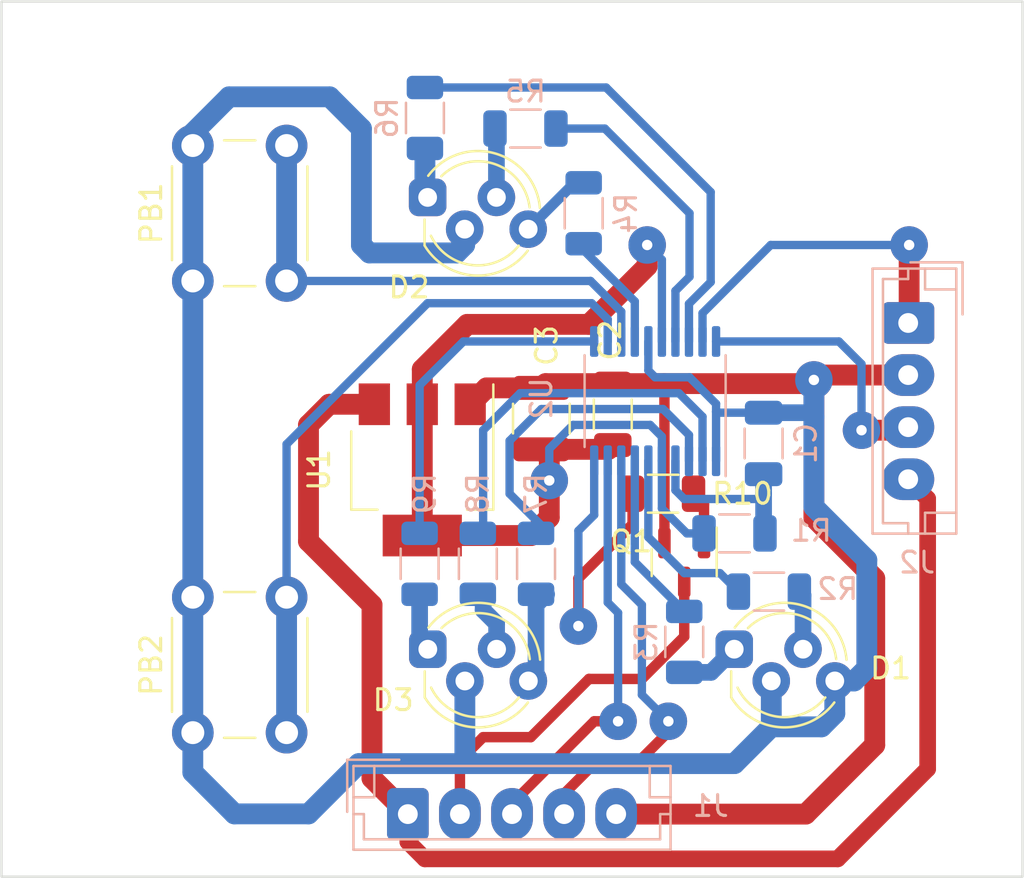
<source format=kicad_pcb>
(kicad_pcb (version 20211014) (generator pcbnew)
  (layers (0 "F.Cu" signal) (31 "B.Cu" signal) (34 "B.Paste" user) (35 "F.Paste" user) (36 "B.SilkS" user "B.Silkscreen") (37 "F.SilkS" user "F.Silkscreen") (38 "B.Mask" user) (39 "F.Mask" user) (44 "Edge.Cuts" user))
  (net 0 "")
  (net 1 "GNDD")
  (net 2 "Net-(C1-Pad2)")
  (net 3 "+3.3V")
  (net 4 "VDD")
  (net 5 "/SWDIO")
  (net 6 "/SWGCLK")
  (net 7 "/SENS2")
  (net 8 "/SENS1")
  (net 9 "/RELE")
  (net 10 "/PB2")
  (net 11 "/PB1")
  (net 12 "/LED2_1")
  (net 13 "/LED2_2")
  (net 14 "/LED2_3")
  (net 15 "/LED3_1")
  (net 16 "/LED3_2")
  (net 17 "/LED3_3")
  (net 18 "Net-(D1-Pad1)")
  (net 19 "Net-(D1-Pad3)")
  (net 20 "Net-(D2-Pad1)")
  (net 21 "Net-(D2-Pad3)")
  (net 22 "Net-(D2-Pad4)")
  (net 23 "Net-(D3-Pad1)")
  (net 24 "Net-(D3-Pad3)")
  (net 25 "Net-(D3-Pad4)")
  (net 26 "/RELE_LED1")
  (net 27 "/RELE_LED2")
  (net 28 "/RELE_OUT")
  (net 29 "Net-(Q1-Pad1)")
  (footprint "Resistor_SMD:R_1206_3216Metric" (layer "F.Cu") (at 125.73 74.422)
    (fp_text reference "R10" (at 3.81 0) (layer "F.SilkS"))
    (fp_text value "224")
    (fp_line (start -0.727064 -0.91) (end 0.727064 -0.91) (layer "F.SilkS") (width 0.12))
    (fp_line (start -0.727064 0.91) (end 0.727064 0.91) (layer "F.SilkS") (width 0.12))
    (pad "1" smd roundrect (at -1.4625 0) (size 1.125 1.75) (layers "F.Cu" "F.Paste" "F.Mask") (roundrect_rratio 0.2222222222) (net 9 "/RELE"))
    (pad "2" smd roundrect (at 1.4625 0) (size 1.125 1.75) (layers "F.Cu" "F.Paste" "F.Mask") (roundrect_rratio 0.2222222222) (net 29 "Net-(Q1-Pad1)"))
  )
  (footprint "Button_Switch_THT:SW_PUSH_6mm" (layer "F.Cu") (at 103.16 85.89 90)
    (fp_text reference "PB2" (at 3.25 -2 90) (layer "F.SilkS"))
    (fp_text value "кнопка" hide)
    (fp_line (start 6.75 3) (end 6.75 1.5) (layer "F.SilkS") (width 0.12))
    (fp_line (start -0.25 1.5) (end -0.25 3) (layer "F.SilkS") (width 0.12))
    (fp_line (start 1 5.5) (end 5.5 5.5) (layer "F.SilkS") (width 0.12))
    (fp_line (start 5.5 -1) (end 1 -1) (layer "F.SilkS") (width 0.12))
    (pad "1" thru_hole circle locked (at 0 0 180) (size 2 2) (drill 1.1) (layers *.Cu *.Mask) (net 1 "GNDD"))
    (pad "1" thru_hole circle locked (at 6.5 0 180) (size 2 2) (drill 1.1) (layers *.Cu *.Mask) (net 1 "GNDD"))
    (pad "2" thru_hole circle locked (at 6.5 4.5 180) (size 2 2) (drill 1.1) (layers *.Cu *.Mask) (net 11 "/PB1"))
    (pad "2" thru_hole circle locked (at 0 4.5 180) (size 2 2) (drill 1.1) (layers *.Cu *.Mask) (net 11 "/PB1"))
  )
  (footprint "LED_THT:LED_D5.0mm-4_RGB_Staggered_Pins" (layer "F.Cu") (at 129.146 81.884)
    (fp_text reference "D1" (at 7.506 0.92) (layer "F.SilkS"))
    (fp_text value "LED_RKGB" hide)
    (fp_line (start -0.147 1.061188) (end -0.147 2.307) (layer "F.SilkS") (width 0.12))
    (fp_arc (start 0.660401 -1.015999) (mid 3.242766 -1.592649) (end 4.89309 0.475579) (layer "F.SilkS") (width 0.12))
    (fp_arc (start 0.028 -1.038) (mid 3.238737 -2.109652) (end 5.389836 0.503784) (layer "F.SilkS") (width 0.12))
    (fp_arc (start 4.804334 2.556887) (mid 2.262188 3.748194) (end -0.147 2.30683) (layer "F.SilkS") (width 0.12))
    (fp_arc (start 4.372086 2.315056) (mid 2.134091 3.246393) (end 0.158316 1.842) (layer "F.SilkS") (width 0.12))
    (pad "1" thru_hole roundrect locked (at 0 0) (size 1.8 1.8) (drill 0.9) (layers *.Cu *.Mask) (net 18 "Net-(D1-Pad1)"))
    (pad "2" thru_hole circle locked (at 1.778 1.524) (size 1.8 1.8) (drill 0.9) (layers *.Cu *.Mask) (net 1 "GNDD"))
    (pad "3" thru_hole circle locked (at 3.302 0) (size 1.8 1.8) (drill 0.9) (layers *.Cu *.Mask) (net 19 "Net-(D1-Pad3)"))
    (pad "4" thru_hole circle locked (at 4.826 1.524) (size 1.8 1.8) (drill 0.9) (layers *.Cu *.Mask) (net 1 "GNDD"))
  )
  (footprint "Capacitor_SMD:C_1210_3225Metric" (layer "F.Cu") (at 119.888 70.817 90)
    (fp_text reference "C3" (at 3.507 0.254 90) (layer "F.SilkS"))
    (fp_text value "C_Polarized")
    (fp_line (start -0.711252 1.36) (end 0.711252 1.36) (layer "F.SilkS") (width 0.12))
    (fp_line (start -0.711252 -1.36) (end 0.711252 -1.36) (layer "F.SilkS") (width 0.12))
    (pad "1" smd roundrect (at -1.475 0 90) (size 1.15 2.7) (layers "F.Cu" "F.Paste" "F.Mask") (roundrect_rratio 0.2173913043) (net 3 "+3.3V"))
    (pad "2" smd roundrect (at 1.475 0 90) (size 1.15 2.7) (layers "F.Cu" "F.Paste" "F.Mask") (roundrect_rratio 0.2173913043) (net 1 "GNDD"))
  )
  (footprint "Package_TO_SOT_SMD:SOT-223-3_TabPin2" (layer "F.Cu") (at 114.173 73.279 -90)
    (fp_text reference "U1" (at 0 4.953 90) (layer "F.SilkS"))
    (fp_text value "AMS1117-3.3" hide)
    (fp_line (start -1.85 3.41) (end 1.91 3.41) (layer "F.SilkS") (width 0.12))
    (fp_line (start -4.1 -3.41) (end 1.91 -3.41) (layer "F.SilkS") (width 0.12))
    (fp_line (start 1.91 -3.41) (end 1.91 -2.15) (layer "F.SilkS") (width 0.12))
    (fp_line (start 1.91 3.41) (end 1.91 2.15) (layer "F.SilkS") (width 0.12))
    (pad "1" smd rect (at -3.15 -2.3 270) (size 2 1.5) (layers "F.Cu" "F.Paste" "F.Mask") (net 1 "GNDD"))
    (pad "2" smd rect (at 3.15 0 270) (size 2 3.8) (layers "F.Cu" "F.Paste" "F.Mask") (net 3 "+3.3V"))
    (pad "2" smd rect (at -3.15 0 270) (size 2 1.5) (layers "F.Cu" "F.Paste" "F.Mask") (net 3 "+3.3V"))
    (pad "3" smd rect (at -3.15 2.3 270) (size 2 1.5) (layers "F.Cu" "F.Paste" "F.Mask") (net 4 "VDD"))
  )
  (footprint "Button_Switch_THT:SW_PUSH_6mm" (layer "F.Cu") (at 103.16 64.21 90)
    (fp_text reference "PB1" (at 3.25 -2 90) (layer "F.SilkS"))
    (fp_text value "кнопка")
    (fp_line (start 5.5 -1) (end 1 -1) (layer "F.SilkS") (width 0.12))
    (fp_line (start 6.75 3) (end 6.75 1.5) (layer "F.SilkS") (width 0.12))
    (fp_line (start -0.25 1.5) (end -0.25 3) (layer "F.SilkS") (width 0.12))
    (fp_line (start 1 5.5) (end 5.5 5.5) (layer "F.SilkS") (width 0.12))
    (pad "1" thru_hole circle locked (at 0 0 180) (size 2 2) (drill 1.1) (layers *.Cu *.Mask) (net 1 "GNDD"))
    (pad "1" thru_hole circle locked (at 6.5 0 180) (size 2 2) (drill 1.1) (layers *.Cu *.Mask) (net 1 "GNDD"))
    (pad "2" thru_hole circle locked (at 6.5 4.5 180) (size 2 2) (drill 1.1) (layers *.Cu *.Mask) (net 10 "/PB2"))
    (pad "2" thru_hole circle locked (at 0 4.5 180) (size 2 2) (drill 1.1) (layers *.Cu *.Mask) (net 10 "/PB2"))
  )
  (footprint "LED_THT:LED_D5.0mm-4_RGB_Staggered_Pins" (layer "F.Cu") (at 114.439 81.886)
    (fp_text reference "D3" (at -1.663 2.442) (layer "F.SilkS"))
    (fp_text value "LED_RKGB" hide)
    (fp_line (start -0.147 1.061188) (end -0.147 2.307) (layer "F.SilkS") (width 0.12))
    (fp_arc (start 0.028 -1.038) (mid 3.238737 -2.109652) (end 5.389836 0.503784) (layer "F.SilkS") (width 0.12))
    (fp_arc (start 4.804334 2.556887) (mid 2.262188 3.748194) (end -0.147 2.30683) (layer "F.SilkS") (width 0.12))
    (fp_arc (start 0.660401 -1.015999) (mid 3.242766 -1.592649) (end 4.89309 0.475579) (layer "F.SilkS") (width 0.12))
    (fp_arc (start 4.372086 2.315056) (mid 2.134091 3.246393) (end 0.158316 1.842) (layer "F.SilkS") (width 0.12))
    (pad "1" thru_hole roundrect locked (at 0 0) (size 1.8 1.8) (drill 0.9) (layers *.Cu *.Mask) (net 23 "Net-(D3-Pad1)"))
    (pad "2" thru_hole circle locked (at 1.778 1.524) (size 1.8 1.8) (drill 0.9) (layers *.Cu *.Mask) (net 1 "GNDD"))
    (pad "3" thru_hole circle locked (at 3.302 0) (size 1.8 1.8) (drill 0.9) (layers *.Cu *.Mask) (net 24 "Net-(D3-Pad3)"))
    (pad "4" thru_hole circle locked (at 4.826 1.524) (size 1.8 1.8) (drill 0.9) (layers *.Cu *.Mask) (net 25 "Net-(D3-Pad4)"))
  )
  (footprint "Capacitor_SMD:C_1206_3216Metric" (layer "F.Cu") (at 123.317 70.612 90)
    (fp_text reference "C2" (at 3.556 -0.127 90) (layer "F.SilkS"))
    (fp_text value "C")
    (fp_line (start -0.711252 0.91) (end 0.711252 0.91) (layer "F.SilkS") (width 0.12))
    (fp_line (start -0.711252 -0.91) (end 0.711252 -0.91) (layer "F.SilkS") (width 0.12))
    (pad "1" smd roundrect (at -1.475 0 90) (size 1.15 1.8) (layers "F.Cu" "F.Paste" "F.Mask") (roundrect_rratio 0.2173913043) (net 3 "+3.3V"))
    (pad "2" smd roundrect (at 1.475 0 90) (size 1.15 1.8) (layers "F.Cu" "F.Paste" "F.Mask") (roundrect_rratio 0.2173913043) (net 1 "GNDD"))
  )
  (footprint "LED_THT:LED_D5.0mm-4_RGB_Staggered_Pins" (layer "F.Cu") (at 114.43 60.2)
    (fp_text reference "D2" (at -0.892 4.316) (layer "F.SilkS"))
    (fp_text value "LED_RKGB")
    (fp_line (start -0.147 1.061188) (end -0.147 2.307) (layer "F.SilkS") (width 0.12))
    (fp_arc (start 0.660401 -1.015999) (mid 3.242766 -1.592649) (end 4.89309 0.475579) (layer "F.SilkS") (width 0.12))
    (fp_arc (start 0.028 -1.038) (mid 3.238737 -2.109652) (end 5.389836 0.503784) (layer "F.SilkS") (width 0.12))
    (fp_arc (start 4.372086 2.315056) (mid 2.134091 3.246393) (end 0.158316 1.842) (layer "F.SilkS") (width 0.12))
    (fp_arc (start 4.804334 2.556887) (mid 2.262188 3.748194) (end -0.147 2.30683) (layer "F.SilkS") (width 0.12))
    (pad "1" thru_hole roundrect locked (at 0 0) (size 1.8 1.8) (drill 0.9) (layers *.Cu *.Mask) (net 20 "Net-(D2-Pad1)"))
    (pad "2" thru_hole circle locked (at 1.778 1.524) (size 1.8 1.8) (drill 0.9) (layers *.Cu *.Mask) (net 1 "GNDD"))
    (pad "3" thru_hole circle locked (at 3.302 0) (size 1.8 1.8) (drill 0.9) (layers *.Cu *.Mask) (net 21 "Net-(D2-Pad3)"))
    (pad "4" thru_hole circle locked (at 4.826 1.524) (size 1.8 1.8) (drill 0.9) (layers *.Cu *.Mask) (net 22 "Net-(D2-Pad4)"))
  )
  (footprint "Package_TO_SOT_SMD:SOT-23" (layer "F.Cu") (at 126.746 77.724 -90)
    (fp_text reference "Q1" (at -1.016 2.54) (layer "F.SilkS"))
    (fp_text value "BC817")
    (fp_line (start 0 1.56) (end 0.65 1.56) (layer "F.SilkS") (width 0.12))
    (fp_line (start 0 -1.56) (end 0.65 -1.56) (layer "F.SilkS") (width 0.12))
    (fp_line (start 0 1.56) (end -0.65 1.56) (layer "F.SilkS") (width 0.12))
    (fp_line (start 0 -1.56) (end -1.675 -1.56) (layer "F.SilkS") (width 0.12))
    (pad "1" smd roundrect (at -0.9375 -0.95 270) (size 1.475 0.6) (layers "F.Cu" "F.Paste" "F.Mask") (net 29 "Net-(Q1-Pad1)"))
    (pad "2" smd roundrect (at -0.9375 0.95 270) (size 1.475 0.6) (layers "F.Cu" "F.Paste" "F.Mask") (net 1 "GNDD"))
    (pad "3" smd roundrect (at 0.9375 0 270) (size 1.475 0.6) (layers "F.Cu" "F.Paste" "F.Mask") (net 28 "/RELE_OUT"))
  )
  (footprint "Package_SO:TSSOP-20_4.4x6.5mm_P0.65mm" (layer "B.Cu") (at 125.349 69.977 90)
    (fp_text reference "U2" (at 0.127 -5.461 90) (layer "B.SilkS") (effects (justify mirror)))
    (fp_text value "STM32F030F4Px")
    (fp_line (start 0 3.385) (end -3.6 3.385) (layer "B.SilkS") (width 0.12))
    (fp_line (start 0 -3.385) (end -2.2 -3.385) (layer "B.SilkS") (width 0.12))
    (fp_line (start 0 3.385) (end 2.2 3.385) (layer "B.SilkS") (width 0.12))
    (fp_line (start 0 -3.385) (end 2.2 -3.385) (layer "B.SilkS") (width 0.12))
    (pad "1" smd roundrect (at -2.8625 2.925 90) (size 1.475 0.4) (layers "B.Cu" "B.Paste" "B.Mask") (net 1 "GNDD"))
    (pad "2" smd roundrect (at -2.8625 2.275 90) (size 1.475 0.4) (layers "B.Cu" "B.Paste" "B.Mask") (net 17 "/LED3_3"))
    (pad "3" smd roundrect (at -2.8625 1.625 90) (size 1.475 0.4) (layers "B.Cu" "B.Paste" "B.Mask") (net 16 "/LED3_2"))
    (pad "4" smd roundrect (at -2.8625 0.975 90) (size 1.475 0.4) (layers "B.Cu" "B.Paste" "B.Mask") (net 2 "Net-(C1-Pad2)"))
    (pad "5" smd roundrect (at -2.8625 0.325 90) (size 1.475 0.4) (layers "B.Cu" "B.Paste" "B.Mask") (net 3 "+3.3V"))
    (pad "6" smd roundrect (at -2.8625 -0.325 90) (size 1.475 0.4) (layers "B.Cu" "B.Paste" "B.Mask") (net 26 "/RELE_LED1"))
    (pad "7" smd roundrect (at -2.8625 -0.975 90) (size 1.475 0.4) (layers "B.Cu" "B.Paste" "B.Mask") (net 27 "/RELE_LED2"))
    (pad "8" smd roundrect (at -2.8625 -1.625 90) (size 1.475 0.4) (layers "B.Cu" "B.Paste" "B.Mask") (net 7 "/SENS2"))
    (pad "9" smd roundrect (at -2.8625 -2.275 90) (size 1.475 0.4) (layers "B.Cu" "B.Paste" "B.Mask") (net 8 "/SENS1"))
    (pad "10" smd roundrect (at -2.8625 -2.925 90) (size 1.475 0.4) (layers "B.Cu" "B.Paste" "B.Mask") (net 9 "/RELE"))
    (pad "11" smd roundrect (at 2.8625 -2.925 90) (size 1.475 0.4) (layers "B.Cu" "B.Paste" "B.Mask") (net 15 "/LED3_1"))
    (pad "12" smd roundrect (at 2.8625 -2.275 90) (size 1.475 0.4) (layers "B.Cu" "B.Paste" "B.Mask") (net 11 "/PB1"))
    (pad "13" smd roundrect (at 2.8625 -1.625 90) (size 1.475 0.4) (layers "B.Cu" "B.Paste" "B.Mask") (net 10 "/PB2"))
    (pad "14" smd roundrect (at 2.8625 -0.975 90) (size 1.475 0.4) (layers "B.Cu" "B.Paste" "B.Mask") (net 12 "/LED2_1"))
    (pad "15" smd roundrect (at 2.8625 -0.325 90) (size 1.475 0.4) (layers "B.Cu" "B.Paste" "B.Mask") (net 1 "GNDD"))
    (pad "16" smd roundrect (at 2.8625 0.325 90) (size 1.475 0.4) (layers "B.Cu" "B.Paste" "B.Mask") (net 3 "+3.3V"))
    (pad "17" smd roundrect (at 2.8625 0.975 90) (size 1.475 0.4) (layers "B.Cu" "B.Paste" "B.Mask") (net 13 "/LED2_2"))
    (pad "18" smd roundrect (at 2.8625 1.625 90) (size 1.475 0.4) (layers "B.Cu" "B.Paste" "B.Mask") (net 14 "/LED2_3"))
    (pad "19" smd roundrect (at 2.8625 2.275 90) (size 1.475 0.4) (layers "B.Cu" "B.Paste" "B.Mask") (net 5 "/SWDIO"))
    (pad "20" smd roundrect (at 2.8625 2.925 90) (size 1.475 0.4) (layers "B.Cu" "B.Paste" "B.Mask") (net 6 "/SWGCLK"))
  )
  (footprint "Resistor_SMD:R_1206_3216Metric" (layer "B.Cu") (at 119.634 77.7855 -90)
    (fp_text reference "R7" (at -3.3635 0 90) (layer "B.SilkS") (effects (justify mirror)))
    (fp_text value "64")
    (fp_line (start -0.727064 0.91) (end 0.727064 0.91) (layer "B.SilkS") (width 0.12))
    (fp_line (start -0.727064 -0.91) (end 0.727064 -0.91) (layer "B.SilkS") (width 0.12))
    (pad "1" smd roundrect (at -1.4625 0 270) (size 1.125 1.75) (layers "B.Cu" "B.Paste" "B.Mask") (roundrect_rratio 0.2222222222) (net 16 "/LED3_2"))
    (pad "2" smd roundrect (at 1.4625 0 270) (size 1.125 1.75) (layers "B.Cu" "B.Paste" "B.Mask") (roundrect_rratio 0.2222222222) (net 25 "Net-(D3-Pad4)"))
  )
  (footprint "Resistor_SMD:R_1206_3216Metric" (layer "B.Cu") (at 119.126 56.896 180)
    (fp_text reference "R5" (at 0 1.778) (layer "B.SilkS") (effects (justify mirror)))
    (fp_text value "104")
    (fp_line (start -0.727064 0.91) (end 0.727064 0.91) (layer "B.SilkS") (width 0.12))
    (fp_line (start -0.727064 -0.91) (end 0.727064 -0.91) (layer "B.SilkS") (width 0.12))
    (pad "1" smd roundrect (at -1.4625 0 180) (size 1.125 1.75) (layers "B.Cu" "B.Paste" "B.Mask") (roundrect_rratio 0.2222222222) (net 13 "/LED2_2"))
    (pad "2" smd roundrect (at 1.4625 0 180) (size 1.125 1.75) (layers "B.Cu" "B.Paste" "B.Mask") (roundrect_rratio 0.2222222222) (net 21 "Net-(D2-Pad3)"))
  )
  (footprint "Resistor_SMD:R_1206_3216Metric" (layer "B.Cu") (at 130.81 79.121)
    (fp_text reference "R2" (at 3.302 -0.127) (layer "B.SilkS") (effects (justify mirror)))
    (fp_text value "104")
    (fp_line (start -0.727064 0.91) (end 0.727064 0.91) (layer "B.SilkS") (width 0.12))
    (fp_line (start -0.727064 -0.91) (end 0.727064 -0.91) (layer "B.SilkS") (width 0.12))
    (pad "1" smd roundrect (at -1.4625 0) (size 1.125 1.75) (layers "B.Cu" "B.Paste" "B.Mask") (roundrect_rratio 0.2222222222) (net 26 "/RELE_LED1"))
    (pad "2" smd roundrect (at 1.4625 0) (size 1.125 1.75) (layers "B.Cu" "B.Paste" "B.Mask") (roundrect_rratio 0.2222222222) (net 19 "Net-(D1-Pad3)"))
  )
  (footprint "Capacitor_SMD:C_1206_3216Metric" (layer "B.Cu") (at 130.556 72.009 -90)
    (fp_text reference "C1" (at 0 -2.032 90) (layer "B.SilkS") (effects (justify mirror)))
    (fp_text value "C")
    (fp_line (start -0.711252 -0.91) (end 0.711252 -0.91) (layer "B.SilkS") (width 0.12))
    (fp_line (start -0.711252 0.91) (end 0.711252 0.91) (layer "B.SilkS") (width 0.12))
    (pad "1" smd roundrect (at -1.475 0 270) (size 1.15 1.8) (layers "B.Cu" "B.Paste" "B.Mask") (roundrect_rratio 0.2173913043) (net 1 "GNDD"))
    (pad "2" smd roundrect (at 1.475 0 270) (size 1.15 1.8) (layers "B.Cu" "B.Paste" "B.Mask") (roundrect_rratio 0.2173913043) (net 2 "Net-(C1-Pad2)"))
  )
  (footprint "Resistor_SMD:R_1206_3216Metric" (layer "B.Cu") (at 114.3 56.388 -90)
    (fp_text reference "R6" (at 0 1.82 90) (layer "B.SilkS") (effects (justify mirror)))
    (fp_text value "224")
    (fp_line (start -0.727064 -0.91) (end 0.727064 -0.91) (layer "B.SilkS") (width 0.12))
    (fp_line (start -0.727064 0.91) (end 0.727064 0.91) (layer "B.SilkS") (width 0.12))
    (pad "1" smd roundrect (at -1.4625 0 270) (size 1.125 1.75) (layers "B.Cu" "B.Paste" "B.Mask") (roundrect_rratio 0.2222222222) (net 14 "/LED2_3"))
    (pad "2" smd roundrect (at 1.4625 0 270) (size 1.125 1.75) (layers "B.Cu" "B.Paste" "B.Mask") (roundrect_rratio 0.2222222222) (net 20 "Net-(D2-Pad1)"))
  )
  (footprint "Resistor_SMD:R_1206_3216Metric" (layer "B.Cu") (at 121.92 60.96 90)
    (fp_text reference "R4" (at 0 2.032 90) (layer "B.SilkS") (effects (justify mirror)))
    (fp_text value "64")
    (fp_line (start -0.727064 -0.91) (end 0.727064 -0.91) (layer "B.SilkS") (width 0.12))
    (fp_line (start -0.727064 0.91) (end 0.727064 0.91) (layer "B.SilkS") (width 0.12))
    (pad "1" smd roundrect (at -1.4625 0 90) (size 1.125 1.75) (layers "B.Cu" "B.Paste" "B.Mask") (roundrect_rratio 0.2222222222) (net 12 "/LED2_1"))
    (pad "2" smd roundrect (at 1.4625 0 90) (size 1.125 1.75) (layers "B.Cu" "B.Paste" "B.Mask") (roundrect_rratio 0.2222222222) (net 22 "Net-(D2-Pad4)"))
  )
  (footprint "Connector_JST:JST_EH_B5B-EH-A_1x05_P2.50mm_Vertical" (layer "B.Cu") (at 113.48 89.8)
    (fp_text reference "J1" (at 14.536 -0.392) (layer "B.SilkS") (effects (justify mirror)))
    (fp_text value "Conn_01x05")
    (fp_line (start -2.61 1.71) (end -2.61 -2.31) (layer "B.SilkS") (width 0.12))
    (fp_line (start -2.61 -2.31) (end 12.61 -2.31) (layer "B.SilkS") (width 0.12))
    (fp_line (start -2.61 0) (end -2.11 0) (layer "B.SilkS") (width 0.12))
    (fp_line (start 12.61 -0.81) (end 11.61 -0.81) (layer "B.SilkS") (width 0.12))
    (fp_line (start 12.11 1.21) (end 12.11 0) (layer "B.SilkS") (width 0.12))
    (fp_line (start -1.61 -0.81) (end -1.61 -2.31) (layer "B.SilkS") (width 0.12))
    (fp_line (start 11.61 -0.81) (end 11.61 -2.31) (layer "B.SilkS") (width 0.12))
    (fp_line (start -2.91 -0.11) (end -2.91 -2.61) (layer "B.SilkS") (width 0.12))
    (fp_line (start 12.61 -2.31) (end 12.61 1.71) (layer "B.SilkS") (width 0.12))
    (fp_line (start -2.61 -0.81) (end -1.61 -0.81) (layer "B.SilkS") (width 0.12))
    (fp_line (start -2.11 0) (end -2.11 1.21) (layer "B.SilkS") (width 0.12))
    (fp_line (start 12.61 1.71) (end -2.61 1.71) (layer "B.SilkS") (width 0.12))
    (fp_line (start 12.11 0) (end 12.61 0) (layer "B.SilkS") (width 0.12))
    (fp_line (start -2.91 -2.61) (end -0.41 -2.61) (layer "B.SilkS") (width 0.12))
    (fp_line (start -2.11 1.21) (end 12.11 1.21) (layer "B.SilkS") (width 0.12))
    (pad "1" thru_hole roundrect locked (at 0 0) (size 2 2.5) (drill 0.95) (layers *.Cu *.Mask) (roundrect_rratio 0.147059) (net 4 "VDD"))
    (pad "2" thru_hole oval locked (at 2.5 0) (size 2 2.5) (drill 0.95) (layers *.Cu *.Mask) (net 28 "/RELE_OUT"))
    (pad "3" thru_hole oval locked (at 5 0) (size 2 2.5) (drill 0.95) (layers *.Cu *.Mask) (net 8 "/SENS1"))
    (pad "4" thru_hole oval locked (at 7.5 0) (size 2 2.5) (drill 0.95) (layers *.Cu *.Mask) (net 7 "/SENS2"))
    (pad "5" thru_hole oval locked (at 10 0) (size 2 2.5) (drill 0.95) (layers *.Cu *.Mask) (net 1 "GNDD"))
  )
  (footprint "Resistor_SMD:R_1206_3216Metric" (layer "B.Cu") (at 114.046 77.7855 -90)
    (fp_text reference "R9" (at -3.3635 -0.254 90) (layer "B.SilkS") (effects (justify mirror)))
    (fp_text value "224")
    (fp_line (start -0.727064 0.91) (end 0.727064 0.91) (layer "B.SilkS") (width 0.12))
    (fp_line (start -0.727064 -0.91) (end 0.727064 -0.91) (layer "B.SilkS") (width 0.12))
    (pad "1" smd roundrect (at -1.4625 0 270) (size 1.125 1.75) (layers "B.Cu" "B.Paste" "B.Mask") (roundrect_rratio 0.2222222222) (net 15 "/LED3_1"))
    (pad "2" smd roundrect (at 1.4625 0 270) (size 1.125 1.75) (layers "B.Cu" "B.Paste" "B.Mask") (roundrect_rratio 0.2222222222) (net 23 "Net-(D3-Pad1)"))
  )
  (footprint "Resistor_SMD:R_1206_3216Metric" (layer "B.Cu") (at 116.84 77.7855 -90)
    (fp_text reference "R8" (at -3.3635 0 90) (layer "B.SilkS") (effects (justify mirror)))
    (fp_text value "104")
    (fp_line (start -0.727064 0.91) (end 0.727064 0.91) (layer "B.SilkS") (width 0.12))
    (fp_line (start -0.727064 -0.91) (end 0.727064 -0.91) (layer "B.SilkS") (width 0.12))
    (pad "1" smd roundrect (at -1.4625 0 270) (size 1.125 1.75) (layers "B.Cu" "B.Paste" "B.Mask") (roundrect_rratio 0.2222222222) (net 17 "/LED3_3"))
    (pad "2" smd roundrect (at 1.4625 0 270) (size 1.125 1.75) (layers "B.Cu" "B.Paste" "B.Mask") (roundrect_rratio 0.2222222222) (net 24 "Net-(D3-Pad3)"))
  )
  (footprint "Resistor_SMD:R_1206_3216Metric" (layer "B.Cu") (at 129.159 76.327)
    (fp_text reference "R1" (at 3.683 -0.127) (layer "B.SilkS") (effects (justify mirror)))
    (fp_text value "R")
    (fp_line (start -0.727064 -0.91) (end 0.727064 -0.91) (layer "B.SilkS") (width 0.12))
    (fp_line (start -0.727064 0.91) (end 0.727064 0.91) (layer "B.SilkS") (width 0.12))
    (pad "1" smd roundrect (at -1.4625 0) (size 1.125 1.75) (layers "B.Cu" "B.Paste" "B.Mask") (roundrect_rratio 0.2222222222) (net 3 "+3.3V"))
    (pad "2" smd roundrect (at 1.4625 0) (size 1.125 1.75) (layers "B.Cu" "B.Paste" "B.Mask") (roundrect_rratio 0.2222222222) (net 2 "Net-(C1-Pad2)"))
  )
  (footprint "Resistor_SMD:R_1206_3216Metric" (layer "B.Cu") (at 126.746 81.534 -90)
    (fp_text reference "R3" (at 0 1.82 90) (layer "B.SilkS") (effects (justify mirror)))
    (fp_text value "224")
    (fp_line (start -0.727064 -0.91) (end 0.727064 -0.91) (layer "B.SilkS") (width 0.12))
    (fp_line (start -0.727064 0.91) (end 0.727064 0.91) (layer "B.SilkS") (width 0.12))
    (pad "1" smd roundrect (at -1.4625 0 270) (size 1.125 1.75) (layers "B.Cu" "B.Paste" "B.Mask") (roundrect_rratio 0.2222222222) (net 27 "/RELE_LED2"))
    (pad "2" smd roundrect (at 1.4625 0 270) (size 1.125 1.75) (layers "B.Cu" "B.Paste" "B.Mask") (roundrect_rratio 0.2222222222) (net 18 "Net-(D1-Pad1)"))
  )
  (footprint "Connector_JST:JST_EH_B4B-EH-A_1x04_P2.50mm_Vertical" (layer "B.Cu") (at 137.495 66.227 -90)
    (fp_text reference "J2" (at 11.497 -0.427 180) (layer "B.SilkS") (effects (justify mirror)))
    (fp_text value "Conn_01x04")
    (fp_line (start 9.61 0) (end 10.11 0) (layer "B.SilkS") (width 0.12))
    (fp_line (start -2.91 -0.11) (end -2.91 -2.61) (layer "B.SilkS") (width 0.12))
    (fp_line (start 9.11 -0.81) (end 9.11 -2.31) (layer "B.SilkS") (width 0.12))
    (fp_line (start 10.11 1.71) (end -2.61 1.71) (layer "B.SilkS") (width 0.12))
    (fp_line (start 10.11 -0.81) (end 9.11 -0.81) (layer "B.SilkS") (width 0.12))
    (fp_line (start 10.11 -2.31) (end 10.11 1.71) (layer "B.SilkS") (width 0.12))
    (fp_line (start -2.11 0) (end -2.11 1.21) (layer "B.SilkS") (width 0.12))
    (fp_line (start -1.61 -0.81) (end -1.61 -2.31) (layer "B.SilkS") (width 0.12))
    (fp_line (start -2.61 1.71) (end -2.61 -2.31) (layer "B.SilkS") (width 0.12))
    (fp_line (start 9.61 1.21) (end 9.61 0) (layer "B.SilkS") (width 0.12))
    (fp_line (start -2.61 0) (end -2.11 0) (layer "B.SilkS") (width 0.12))
    (fp_line (start -2.11 1.21) (end 9.61 1.21) (layer "B.SilkS") (width 0.12))
    (fp_line (start -2.61 -0.81) (end -1.61 -0.81) (layer "B.SilkS") (width 0.12))
    (fp_line (start -2.91 -2.61) (end -0.41 -2.61) (layer "B.SilkS") (width 0.12))
    (fp_line (start -2.61 -2.31) (end 10.11 -2.31) (layer "B.SilkS") (width 0.12))
    (pad "1" thru_hole roundrect (at 0 0 270) (size 2 2.5) (drill 0.95) (layers *.Cu *.Mask) (roundrect_rratio 0.147059) (net 5 "/SWDIO"))
    (pad "2" thru_hole oval (at 2.5 0 270) (size 2 2.5) (drill 0.95) (layers *.Cu *.Mask) (net 1 "GNDD"))
    (pad "3" thru_hole oval (at 5 0 270) (size 2 2.5) (drill 0.95) (layers *.Cu *.Mask) (net 6 "/SWGCLK"))
    (pad "4" thru_hole oval (at 7.5 0 270) (size 2 2.5) (drill 0.95) (layers *.Cu *.Mask) (net 4 "VDD"))
  )
  (gr_rect locked (start 93.98 50.8) (end 142.98 92.8) (layer "Edge.Cuts") (width 0.1) (fill none))
  (segment (start 123.317 69.137) (end 125.779 69.137) (width 1) (layer "F.Cu") (net 1))
  (segment (start 132.577 89.8) (end 135.89 86.487) (width 1) (layer "F.Cu") (net 1))
  (segment (start 117.26 69.342) (end 116.473 70.129) (width 1) (layer "F.Cu") (net 1))
  (segment (start 123.48 89.8) (end 132.577 89.8) (width 1) (layer "F.Cu") (net 1))
  (segment (start 133.203 68.727) (end 137.495 68.727) (width 1) (layer "F.Cu") (net 1))
  (segment (start 125.796 76.7865) (end 125.796 69.154) (width 0.5) (layer "F.Cu") (net 1))
  (segment (start 120.093 69.137) (end 119.888 69.342) (width 1) (layer "F.Cu") (net 1))
  (segment (start 125.796 69.154) (end 125.779 69.137) (width 0.5) (layer "F.Cu") (net 1))
  (segment (start 135.89 78.486) (end 132.969 75.565) (width 1) (layer "F.Cu") (net 1))
  (segment (start 123.317 69.137) (end 120.093 69.137) (width 1) (layer "F.Cu") (net 1))
  (segment (start 119.888 69.342) (end 117.26 69.342) (width 1) (layer "F.Cu") (net 1))
  (segment (start 132.793 69.137) (end 132.969 68.961) (width 1) (layer "F.Cu") (net 1))
  (segment (start 132.969 68.961) (end 133.203 68.727) (width 1) (layer "F.Cu") (net 1))
  (segment (start 135.89 86.487) (end 135.89 78.486) (width 1) (layer "F.Cu") (net 1))
  (segment (start 125.779 69.137) (end 132.793 69.137) (width 1) (layer "F.Cu") (net 1))
  (segment (start 132.969 75.565) (end 132.969 68.961) (width 1) (layer "F.Cu") (net 1))
  (via (at 132.969 68.961) (size 1.8) (drill 0.5) (layers "F.Cu" "B.Cu") (net 1))
  (segment (start 103.16 64.21) (end 103.16 79.39) (width 1) (layer "B.Cu") (net 1))
  (segment (start 130.556 70.534) (end 132.764 70.534) (width 0.8) (layer "B.Cu") (net 1))
  (segment (start 116.208 62.481) (end 115.824 62.865) (width 1) (layer "B.Cu") (net 1))
  (segment (start 128.274 70.108) (end 128.274 70.489) (width 0.4) (layer "B.Cu") (net 1))
  (segment (start 111.252 56.896) (end 109.728 55.372) (width 1) (layer "B.Cu") (net 1))
  (segment (start 115.824 62.865) (end 111.633 62.865) (width 1) (layer "B.Cu") (net 1))
  (segment (start 128.319 70.534) (end 130.556 70.534) (width 0.4) (layer "B.Cu") (net 1))
  (segment (start 111.252 62.484) (end 111.252 56.896) (width 1) (layer "B.Cu") (net 1))
  (segment (start 109.728 55.372) (end 104.902 55.372) (width 1) (layer "B.Cu") (net 1))
  (segment (start 125.024 67.1145) (end 125.024 68.509) (width 0.4) (layer "B.Cu") (net 1))
  (segment (start 133.337 85.611) (end 133.972 84.976) (width 1) (layer "B.Cu") (net 1))
  (segment (start 125.349 68.834) (end 127 68.834) (width 0.4) (layer "B.Cu") (net 1))
  (segment (start 128.274 70.489) (end 128.274 72.8395) (width 0.4) (layer "B.Cu") (net 1))
  (segment (start 125.024 68.509) (end 125.349 68.834) (width 0.4) (layer "B.Cu") (net 1))
  (segment (start 134.905 83.408) (end 135.509 82.804) (width 1) (layer "B.Cu") (net 1))
  (segment (start 132.969 75.057) (end 132.969 70.739) (width 1) (layer "B.Cu") (net 1))
  (segment (start 111.125 87.376) (end 116.586 87.376) (width 1) (layer "B.Cu") (net 1))
  (segment (start 116.586 87.376) (end 116.217 87.007) (width 1) (layer "B.Cu") (net 1))
  (segment (start 133.972 83.408) (end 134.905 83.408) (width 1) (layer "B.Cu") (net 1))
  (segment (start 130.924 85.611) (end 133.337 85.611) (width 1) (layer "B.Cu") (net 1))
  (segment (start 103.16 57.114) (end 103.16 57.71) (width 1) (layer "B.Cu") (net 1))
  (segment (start 103.16 85.89) (end 103.16 87.793) (width 1) (layer "B.Cu") (net 1))
  (segment (start 132.969 70.739) (end 132.969 68.961) (width 1) (layer "B.Cu") (net 1))
  (segment (start 103.16 85.89) (end 103.16 79.39) (width 1) (layer "B.Cu") (net 1))
  (segment (start 104.902 55.372) (end 103.16 57.114) (width 1) (layer "B.Cu") (net 1))
  (segment (start 103.16 57.71) (end 103.16 64.21) (width 1) (layer "B.Cu") (net 1))
  (segment (start 116.217 87.007) (end 116.217 83.41) (width 1) (layer "B.Cu") (net 1))
  (segment (start 135.509 77.597) (end 132.969 75.057) (width 1) (layer "B.Cu") (net 1))
  (segment (start 111.633 62.865) (end 111.252 62.484) (width 1) (layer "B.Cu") (net 1))
  (segment (start 103.16 87.793) (end 105.156 89.789) (width 1) (layer "B.Cu") (net 1))
  (segment (start 127 68.834) (end 128.274 70.108) (width 0.4) (layer "B.Cu") (net 1))
  (segment (start 129.159 87.376) (end 130.924 85.611) (width 1) (layer "B.Cu") (net 1))
  (segment (start 135.509 82.804) (end 135.509 77.597) (width 1) (layer "B.Cu") (net 1))
  (segment (start 105.156 89.789) (end 108.712 89.789) (width 1) (layer "B.Cu") (net 1))
  (segment (start 133.972 84.976) (end 133.972 83.408) (width 1) (layer "B.Cu") (net 1))
  (segment (start 130.429 70.534) (end 130.429 70.485) (width 1) (layer "B.Cu") (net 1))
  (segment (start 130.924 85.611) (end 130.924 83.408) (width 1) (layer "B.Cu") (net 1))
  (segment (start 108.712 89.789) (end 111.125 87.376) (width 1) (layer "B.Cu") (net 1))
  (segment (start 116.586 87.376) (end 129.159 87.376) (width 1) (layer "B.Cu") (net 1))
  (segment (start 128.319 70.534) (end 128.274 70.489) (width 0.4) (layer "B.Cu") (net 1))
  (segment (start 116.208 61.724) (end 116.208 62.481) (width 1) (layer "B.Cu") (net 1))
  (segment (start 132.764 70.534) (end 132.969 70.739) (width 0.8) (layer "B.Cu") (net 1))
  (segment (start 130.302 74.676) (end 130.556 74.422) (width 0.4) (layer "B.Cu") (net 2))
  (segment (start 126.324 72.8395) (end 126.324 74.254) (width 0.4) (layer "B.Cu") (net 2))
  (segment (start 130.556 74.422) (end 130.556 76.2615) (width 0.8) (layer "B.Cu") (net 2))
  (segment (start 126.746 74.676) (end 130.302 74.676) (width 0.4) (layer "B.Cu") (net 2))
  (segment (start 130.556 73.484) (end 130.556 74.422) (width 0.8) (layer "B.Cu") (net 2))
  (segment (start 126.324 74.254) (end 126.746 74.676) (width 0.4) (layer "B.Cu") (net 2))
  (segment (start 130.556 76.2615) (end 130.6215 76.327) (width 0.8) (layer "B.Cu") (net 2))
  (segment (start 120.269 75.565) (end 120.269 73.787) (width 1) (layer "F.Cu") (net 3))
  (segment (start 114.173 70.129) (end 114.173 76.429) (width 1) (layer "F.Cu") (net 3))
  (segment (start 116.332 66.294) (end 122.174 66.294) (width 1) (layer "F.Cu") (net 3))
  (segment (start 120.269 72.673) (end 119.888 72.292) (width 1) (layer "F.Cu") (net 3))
  (segment (start 119.888 72.292) (end 123.112 72.292) (width 1) (layer "F.Cu") (net 3))
  (segment (start 114.173 76.429) (end 119.405 76.429) (width 1) (layer "F.Cu") (net 3))
  (segment (start 114.173 70.129) (end 114.173 68.453) (width 1) (layer "F.Cu") (net 3))
  (segment (start 122.174 66.294) (end 124.968 63.5) (width 1) (layer "F.Cu") (net 3))
  (segment (start 120.269 73.787) (end 120.269 72.673) (width 1) (layer "F.Cu") (net 3))
  (segment (start 123.112 72.292) (end 123.317 72.087) (width 1) (layer "F.Cu") (net 3))
  (segment (start 114.173 68.453) (end 116.332 66.294) (width 1) (layer "F.Cu") (net 3))
  (segment (start 119.405 76.429) (end 120.269 75.565) (width 1) (layer "F.Cu") (net 3))
  (segment (start 124.968 63.5) (end 124.968 62.484) (width 1) (layer "F.Cu") (net 3))
  (via (at 124.968 62.484) (size 1.8) (drill 0.5) (layers "F.Cu" "B.Cu") (net 3))
  (via (at 120.269 73.787) (size 1.8) (drill 0.5) (layers "F.Cu" "B.Cu") (net 3))
  (segment (start 126.873 76.327) (end 127.6965 76.327) (width 0.4) (layer "B.Cu") (net 3))
  (segment (start 120.269 72.263) (end 120.269 73.787) (width 0.4) (layer "B.Cu") (net 3))
  (segment (start 125.112553 71.12) (end 121.412 71.12) (width 0.4) (layer "B.Cu") (net 3))
  (segment (start 125.674 71.681447) (end 125.112553 71.12) (width 0.4) (layer "B.Cu") (net 3))
  (segment (start 125.674 75.128) (end 126.873 76.327) (width 0.4) (layer "B.Cu") (net 3))
  (segment (start 125.674 72.8395) (end 125.674 75.128) (width 0.4) (layer "B.Cu") (net 3))
  (segment (start 125.674 72.8395) (end 125.674 71.681447) (width 0.4) (layer "B.Cu") (net 3))
  (segment (start 125.674 63.19) (end 124.968 62.484) (width 0.4) (layer "B.Cu") (net 3))
  (segment (start 121.412 71.12) (end 120.269 72.263) (width 0.4) (layer "B.Cu") (net 3))
  (segment (start 125.674 67.1145) (end 125.674 63.19) (width 0.4) (layer "B.Cu") (net 3))
  (segment (start 111.873 70.129) (end 109.703 70.129) (width 1) (layer "F.Cu") (net 4))
  (segment (start 108.712 76.708) (end 111.76 79.756) (width 1) (layer "F.Cu") (net 4))
  (segment (start 113.48 91.128) (end 114.3 91.948) (width 0.8) (layer "F.Cu") (net 4))
  (segment (start 109.703 70.129) (end 108.712 71.12) (width 1) (layer "F.Cu") (net 4))
  (segment (start 113.48 89.8) (end 113.48 91.128) (width 0.8) (layer "F.Cu") (net 4))
  (segment (start 111.76 88.08) (end 113.48 89.8) (width 1) (layer "F.Cu") (net 4))
  (segment (start 138.43 74.662) (end 137.495 73.727) (width 0.8) (layer "F.Cu") (net 4))
  (segment (start 134.112 91.948) (end 138.43 87.63) (width 0.8) (layer "F.Cu") (net 4))
  (segment (start 108.712 71.12) (end 108.712 76.708) (width 1) (layer "F.Cu") (net 4))
  (segment (start 138.43 87.63) (end 138.43 74.662) (width 0.8) (layer "F.Cu") (net 4))
  (segment (start 111.76 79.756) (end 111.76 88.08) (width 1) (layer "F.Cu") (net 4))
  (segment (start 114.3 91.948) (end 134.112 91.948) (width 0.8) (layer "F.Cu") (net 4))
  (segment (start 137.541 66.181) (end 137.495 66.227) (width 1) (layer "F.Cu") (net 5))
  (segment (start 137.541 62.484) (end 137.541 66.181) (width 1) (layer "F.Cu") (net 5))
  (via (at 137.541 62.484) (size 1.8) (drill 0.5) (layers "F.Cu" "B.Cu") (net 5))
  (segment (start 130.896528 62.484) (end 137.541 62.484) (width 0.4) (layer "B.Cu") (net 5))
  (segment (start 127.624 67.1145) (end 127.624 65.756528) (width 0.4) (layer "B.Cu") (net 5))
  (segment (start 127.624 65.756528) (end 130.896528 62.484) (width 0.4) (layer "B.Cu") (net 5))
  (segment (start 135.255 71.374) (end 137.348 71.374) (width 1) (layer "F.Cu") (net 6))
  (segment (start 137.348 71.374) (end 137.495 71.227) (width 1) (layer "F.Cu") (net 6))
  (segment (start 135.402 71.227) (end 135.255 71.374) (width 0.25) (layer "F.Cu") (net 6))
  (via (at 135.255 71.374) (size 1.8) (drill 0.5) (layers "F.Cu" "B.Cu") (net 6))
  (segment (start 128.274 67.1145) (end 134.1705 67.1145) (width 0.4) (layer "B.Cu") (net 6))
  (segment (start 134.1705 67.1145) (end 135.255 68.199) (width 0.4) (layer "B.Cu") (net 6))
  (segment (start 135.255 68.199) (end 135.255 71.374) (width 0.4) (layer "B.Cu") (net 6))
  (segment (start 122.428 87.376) (end 124.46 87.376) (width 0.5) (layer "F.Cu") (net 7))
  (segment (start 124.46 87.376) (end 125.984 85.852) (width 0.5) (layer "F.Cu") (net 7))
  (segment (start 120.98 89.8) (end 120.98 88.824) (width 0.5) (layer "F.Cu") (net 7))
  (segment (start 125.984 85.852) (end 125.984 85.344) (width 0.5) (layer "F.Cu") (net 7))
  (segment (start 120.98 88.824) (end 122.428 87.376) (width 0.5) (layer "F.Cu") (net 7))
  (via (at 125.984 85.344) (size 1.8) (drill 0.5) (layers "F.Cu" "B.Cu") (net 7))
  (segment (start 123.724 72.8395) (end 123.724 78.766) (width 0.4) (layer "B.Cu") (net 7))
  (segment (start 124.714 79.756) (end 124.714 84.074) (width 0.4) (layer "B.Cu") (net 7))
  (segment (start 124.714 84.074) (end 125.984 85.344) (width 0.4) (layer "B.Cu") (net 7))
  (segment (start 123.724 78.766) (end 124.714 79.756) (width 0.4) (layer "B.Cu") (net 7))
  (segment (start 118.48 89.292) (end 118.48 89.8) (width 0.5) (layer "F.Cu") (net 8))
  (segment (start 123.571 85.344) (end 122.428 85.344) (width 0.5) (layer "F.Cu") (net 8))
  (segment (start 122.428 85.344) (end 118.48 89.292) (width 0.5) (layer "F.Cu") (net 8))
  (via (at 123.571 85.344) (size 1.8) (drill 0.5) (layers "F.Cu" "B.Cu") (net 8))
  (segment (start 123.074 72.8395) (end 123.074 79.64) (width 0.4) (layer "B.Cu") (net 8))
  (segment (start 123.571 80.137) (end 123.571 85.344) (width 0.4) (layer "B.Cu") (net 8))
  (segment (start 123.074 79.64) (end 123.571 80.137) (width 0.4) (layer "B.Cu") (net 8))
  (segment (start 124.2675 75.8845) (end 124.2675 74.422) (width 0.5) (layer "F.Cu") (net 9))
  (segment (start 121.666 80.772) (end 121.666 78.486) (width 0.5) (layer "F.Cu") (net 9))
  (segment (start 121.666 78.486) (end 124.2675 75.8845) (width 0.5) (layer "F.Cu") (net 9))
  (via (at 121.666 80.772) (size 1.8) (drill 0.5) (layers "F.Cu" "B.Cu") (net 9))
  (segment (start 122.424 72.8395) (end 122.424 75.442) (width 0.4) (layer "B.Cu") (net 9))
  (segment (start 122.424 75.442) (end 121.666 76.2) (width 0.4) (layer "B.Cu") (net 9))
  (segment (start 121.666 80.518) (end 121.666 80.772) (width 0.25) (layer "B.Cu") (net 9))
  (segment (start 121.666 76.2) (end 121.666 80.518) (width 0.4) (layer "B.Cu") (net 9))
  (segment (start 123.724 65.685) (end 123.724 67.1145) (width 0.4) (layer "B.Cu") (net 10))
  (segment (start 122.249 64.21) (end 123.724 65.685) (width 0.4) (layer "B.Cu") (net 10))
  (segment (start 107.66 57.71) (end 107.66 64.21) (width 1) (layer "B.Cu") (net 10))
  (segment (start 107.66 64.21) (end 122.249 64.21) (width 0.4) (layer "B.Cu") (net 10))
  (segment (start 114.427 65.278) (end 122.301 65.278) (width 0.4) (layer "B.Cu") (net 11))
  (segment (start 122.301 65.278) (end 123.074 66.051) (width 0.4) (layer "B.Cu") (net 11))
  (segment (start 123.074 66.051) (end 123.074 67.1145) (width 0.4) (layer "B.Cu") (net 11))
  (segment (start 107.66 79.39) (end 107.66 72.045) (width 0.4) (layer "B.Cu") (net 11))
  (segment (start 107.66 85.89) (end 107.66 79.39) (width 1) (layer "B.Cu") (net 11))
  (segment (start 107.66 72.045) (end 114.427 65.278) (width 0.4) (layer "B.Cu") (net 11))
  (segment (start 121.92 62.738) (end 124.374 65.192) (width 0.4) (layer "B.Cu") (net 12))
  (segment (start 121.92 62.4225) (end 121.92 62.738) (width 0.4) (layer "B.Cu") (net 12))
  (segment (start 124.374 65.192) (end 124.374 67.1145) (width 0.4) (layer "B.Cu") (net 12))
  (segment (start 127 60.96) (end 127 64.008) (width 0.4) (layer "B.Cu") (net 13))
  (segment (start 120.5885 56.896) (end 122.936 56.896) (width 0.4) (layer "B.Cu") (net 13))
  (segment (start 126.324 64.684) (end 126.324 67.1145) (width 0.4) (layer "B.Cu") (net 13))
  (segment (start 127 64.008) (end 126.324 64.684) (width 0.4) (layer "B.Cu") (net 13))
  (segment (start 122.936 56.896) (end 127 60.96) (width 0.4) (layer "B.Cu") (net 13))
  (segment (start 126.974 67.1145) (end 126.974 65.304) (width 0.4) (layer "B.Cu") (net 14))
  (segment (start 128.016 64.262) (end 128.016 59.944) (width 0.4) (layer "B.Cu") (net 14))
  (segment (start 126.974 65.304) (end 128.016 64.262) (width 0.4) (layer "B.Cu") (net 14))
  (segment (start 122.9975 54.9255) (end 114.3 54.9255) (width 0.4) (layer "B.Cu") (net 14))
  (segment (start 128.016 59.944) (end 122.9975 54.9255) (width 0.4) (layer "B.Cu") (net 14))
  (segment (start 116.1465 67.1145) (end 114.046 69.215) (width 0.4) (layer "B.Cu") (net 15))
  (segment (start 122.424 67.1145) (end 116.1465 67.1145) (width 0.4) (layer "B.Cu") (net 15))
  (segment (start 114.046 69.215) (end 114.046 76.323) (width 0.4) (layer "B.Cu") (net 15))
  (segment (start 125.73 70.358) (end 126.974 71.602) (width 0.4) (layer "B.Cu") (net 16))
  (segment (start 120.142 76.323) (end 120.142 76.2) (width 0.4) (layer "B.Cu") (net 16))
  (segment (start 120.142 76.2) (end 118.364 74.422) (width 0.4) (layer "B.Cu") (net 16))
  (segment (start 118.364 71.882) (end 119.888 70.358) (width 0.4) (layer "B.Cu") (net 16))
  (segment (start 119.888 70.358) (end 125.73 70.358) (width 0.4) (layer "B.Cu") (net 16))
  (segment (start 118.364 74.422) (end 118.364 71.882) (width 0.4) (layer "B.Cu") (net 16))
  (segment (start 126.974 71.602) (end 126.974 72.8395) (width 0.4) (layer "B.Cu") (net 16))
  (segment (start 126.492 69.596) (end 118.872 69.596) (width 0.4) (layer "B.Cu") (net 17))
  (segment (start 118.872 69.596) (end 117.094 71.374) (width 0.4) (layer "B.Cu") (net 17))
  (segment (start 127.624 72.8395) (end 127.624 70.728) (width 0.4) (layer "B.Cu") (net 17))
  (segment (start 127.624 70.728) (end 126.492 69.596) (width 0.4) (layer "B.Cu") (net 17))
  (segment (start 117.094 71.374) (end 117.094 76.323) (width 0.4) (layer "B.Cu") (net 17))
  (segment (start 126.746 82.9965) (end 128.0335 82.9965) (width 0.8) (layer "B.Cu") (net 18))
  (segment (start 128.0335 82.9965) (end 129.146 81.884) (width 0.8) (layer "B.Cu") (net 18))
  (segment (start 132.448 79.2965) (end 132.2725 79.121) (width 0.8) (layer "B.Cu") (net 19))
  (segment (start 132.448 81.884) (end 132.448 79.2965) (width 0.8) (layer "B.Cu") (net 19))
  (segment (start 114.3 60.07) (end 114.43 60.2) (width 1) (layer "B.Cu") (net 20))
  (segment (start 114.3 57.8505) (end 114.3 60.07) (width 1) (layer "B.Cu") (net 20))
  (segment (start 117.732 56.9645) (end 117.6635 56.896) (width 0.8) (layer "B.Cu") (net 21))
  (segment (start 117.732 60.2) (end 117.732 56.9645) (width 0.8) (layer "B.Cu") (net 21))
  (segment (start 121.4825 59.4975) (end 119.256 61.724) (width 0.5) (layer "B.Cu") (net 22))
  (segment (start 121.92 59.4975) (end 121.4825 59.4975) (width 0.5) (layer "B.Cu") (net 22))
  (segment (start 114.046 79.248) (end 114.046 81.493) (width 0.8) (layer "B.Cu") (net 23))
  (segment (start 114.046 81.493) (end 114.439 81.886) (width 0.8) (layer "B.Cu") (net 23))
  (segment (start 117.741 81.886) (end 117.741 80.657) (width 0.8) (layer "B.Cu") (net 24))
  (segment (start 117.741 80.657) (end 117.094 80.01) (width 0.8) (layer "B.Cu") (net 24))
  (segment (start 117.094 80.01) (end 117.094 79.248) (width 0.8) (layer "B.Cu") (net 24))
  (segment (start 119.634 83.041) (end 119.634 79.756) (width 0.8) (layer "B.Cu") (net 25))
  (segment (start 119.265 83.41) (end 119.634 83.041) (width 0.8) (layer "B.Cu") (net 25))
  (segment (start 119.634 79.756) (end 120.142 79.248) (width 0.8) (layer "B.Cu") (net 25))
  (segment (start 125.024 72.8395) (end 125.024 76.51) (width 0.4) (layer "B.Cu") (net 26))
  (segment (start 125.024 76.51) (end 126.746 78.232) (width 0.4) (layer "B.Cu") (net 26))
  (segment (start 126.746 78.232) (end 128.4585 78.232) (width 0.4) (layer "B.Cu") (net 26))
  (segment (start 128.4585 78.232) (end 129.3475 79.121) (width 0.4) (layer "B.Cu") (net 26))
  (segment (start 124.374 77.6995) (end 126.746 80.0715) (width 0.4) (layer "B.Cu") (net 27))
  (segment (start 124.374 72.8395) (end 124.374 77.6995) (width 0.4) (layer "B.Cu") (net 27))
  (segment (start 126.746 78.6615) (end 126.746 81.28) (width 0.5) (layer "F.Cu") (net 28))
  (segment (start 119.38 86.106) (end 117.094 86.106) (width 0.5) (layer "F.Cu") (net 28))
  (segment (start 115.98 87.22) (end 115.98 89.8) (width 0.5) (layer "F.Cu") (net 28))
  (segment (start 117.094 86.106) (end 115.98 87.22) (width 0.5) (layer "F.Cu") (net 28))
  (segment (start 122.174 83.312) (end 119.38 86.106) (width 0.5) (layer "F.Cu") (net 28))
  (segment (start 126.746 81.28) (end 124.714 83.312) (width 0.5) (layer "F.Cu") (net 28))
  (segment (start 124.714 83.312) (end 122.174 83.312) (width 0.5) (layer "F.Cu") (net 28))
  (segment (start 127.696 74.9255) (end 127.1925 74.422) (width 0.5) (layer "F.Cu") (net 29))
  (segment (start 127.696 76.7865) (end 127.696 74.9255) (width 0.5) (layer "F.Cu") (net 29))
)
</source>
